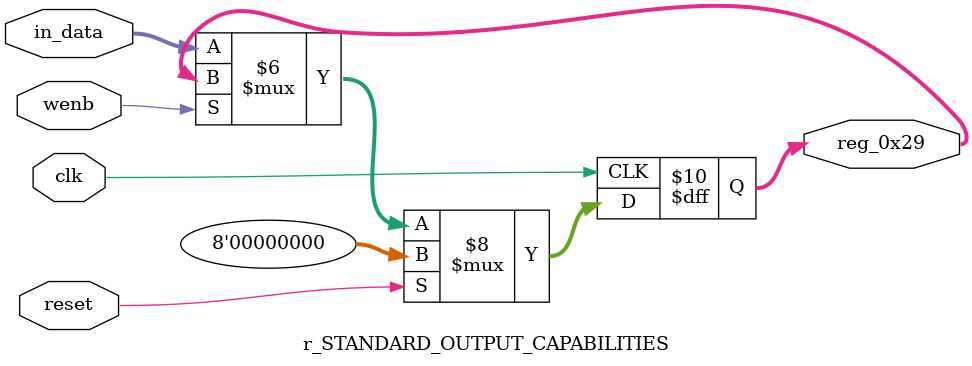
<source format=v>
module r_STANDARD_OUTPUT_CAPABILITIES(output reg [7:0] reg_0x29, input wire reset, input wire wenb, input wire [7:0] in_data, input wire clk);
	always@(posedge clk)
	begin
		if(reset==0) begin
			if(wenb==0)
				reg_0x29<=in_data;
			else
				reg_0x29<=reg_0x29;
		end
		else
			reg_0x29<=8'h00;
	end
endmodule
</source>
